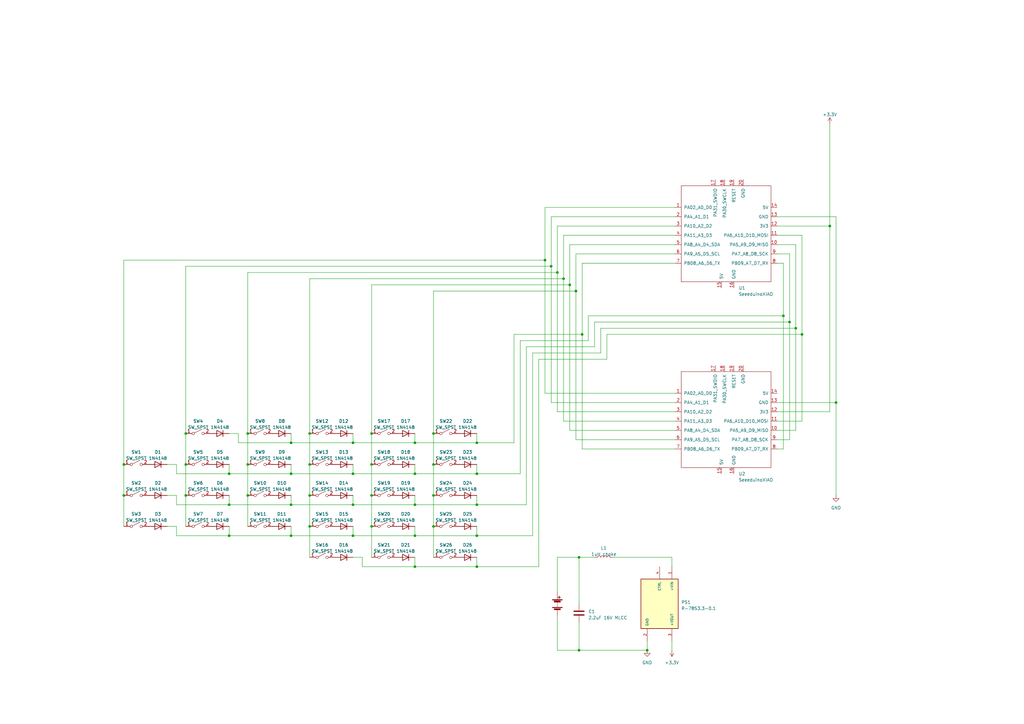
<source format=kicad_sch>
(kicad_sch (version 20230121) (generator eeschema)
  (paper "A3")
  (lib_symbols
    (symbol "Device:Battery" (pin_numbers hide) (pin_names (offset 0) hide)
      (property "Reference" "BT" (at 2.54 2.54 0))
      (property "Value" "Battery" (at 2.54 0 0))
      (symbol "Battery_0_1"
        (rectangle (start -2.032 -1.397) (end 2.032 -1.651) (fill (type outline)))
        (rectangle (start -2.032 1.778) (end 2.032 1.524) (fill (type outline)))
        (rectangle (start -1.3208 -1.9812) (end 1.27 -2.4892) (fill (type outline)))
        (rectangle (start -1.3208 1.1938) (end 1.27 0.6858) (fill (type outline)))
        (polyline (pts (xy 0 -1.524) (xy 0 -1.27)))
        (polyline (pts (xy 0 -1.016) (xy 0 -0.762)))
        (polyline (pts (xy 0 -0.508) (xy 0 -0.254)))
        (polyline (pts (xy 0 0) (xy 0 0.254)))
        (polyline (pts (xy 0 0.508) (xy 0 0.762)))
        (polyline (pts (xy 0 1.778) (xy 0 2.54)))
        (polyline (pts (xy 0.254 2.667) (xy 1.27 2.667)) (stroke (width 0.254)))
        (polyline (pts (xy 0.762 3.175) (xy 0.762 2.159)) (stroke (width 0.254)))
      )
      (symbol "Battery_1_1"
        (pin passive line (at 0 5.08 270) (length 2.54) (name "+") (number "1"))
        (pin passive line (at 0 -5.08 90) (length 2.54) (name "-") (number "2"))
      )
    )
    (symbol "Device:C" (pin_numbers hide) (pin_names (offset 0.254))
      (property "Reference" "C" (at 0.635 2.54 0))
      (property "Value" "C" (at 0.635 -2.54 0))
      (symbol "C_0_1"
        (polyline (pts (xy -2.032 -0.762) (xy 2.032 -0.762)) (stroke (width 0.508)))
        (polyline (pts (xy -2.032 0.762) (xy 2.032 0.762)) (stroke (width 0.508)))
      )
      (symbol "C_1_1"
        (pin passive line (at 0 3.81 270) (length 2.794) (name "~") (number "1"))
        (pin passive line (at 0 -3.81 90) (length 2.794) (name "~") (number "2"))
      )
    )
    (symbol "Device:L" (pin_numbers hide) (pin_names (offset 1.016) hide)
      (property "Reference" "L" (at -1.27 0 90))
      (property "Value" "L" (at 1.905 0 90))
      (symbol "L_0_1"
        (arc (start 0 -2.54) (mid 0.6323 -1.905) (end 0 -1.27))
        (arc (start 0 -1.27) (mid 0.6323 -0.635) (end 0 0))
        (arc (start 0 0) (mid 0.6323 0.635) (end 0 1.27))
        (arc (start 0 1.27) (mid 0.6323 1.905) (end 0 2.54))
      )
      (symbol "L_1_1"
        (pin passive line (at 0 3.81 270) (length 1.27) (name "1") (number "1"))
        (pin passive line (at 0 -3.81 90) (length 1.27) (name "2") (number "2"))
      )
    )
    (symbol "Diode:1N4148" (pin_numbers hide) (pin_names hide)
      (property "Reference" "D" (at 0 2.54 0))
      (property "Value" "1N4148" (at 0 -2.54 0))
      (symbol "1N4148_0_1"
        (polyline (pts (xy -1.27 1.27) (xy -1.27 -1.27)) (stroke (width 0.254)))
        (polyline (pts (xy 1.27 0) (xy -1.27 0)))
        (polyline (pts (xy 1.27 1.27) (xy 1.27 -1.27) (xy -1.27 0) (xy 1.27 1.27)) (stroke (width 0.254)))
      )
      (symbol "1N4148_1_1"
        (pin passive line (at -3.81 0 0) (length 2.54) (name "K") (number "1"))
        (pin passive line (at 3.81 0 180) (length 2.54) (name "A") (number "2"))
      )
    )
    (symbol "R-78S3.3-0.1:R-78S3.3-0.1" (pin_names (offset 1.016))
      (property "Reference" "PS" (at -10.1639 8.8979 0))
      (property "Value" "R-78S3.3-0.1" (at -10.1614 -10.1627 0))
      (symbol "R-78S3.3-0.1_0_0"
        (rectangle (start -10.16 -7.62) (end 10.16 7.62) (stroke (width 0.254)) (fill (type background)))
        (pin input line (at -15.24 5.08 0) (length 5.08) (name "+VIN") (number "1"))
        (pin power_in line (at 15.24 -5.08 180) (length 5.08) (name "GND") (number "2"))
        (pin output line (at 15.24 5.08 180) (length 5.08) (name "+VOUT") (number "3"))
        (pin input line (at -15.24 0 0) (length 5.08) (name "CTRL") (number "4"))
      )
    )
    (symbol "Seeeduino XIAO:SeeeduinoXIAO" (pin_names (offset 1.016))
      (property "Reference" "U" (at -19.05 22.86 0))
      (property "Value" "SeeeduinoXIAO" (at -12.7 21.59 0))
      (symbol "SeeeduinoXIAO_0_1"
        (rectangle (start -19.05 20.32) (end 17.78 -19.05))
      )
      (symbol "SeeeduinoXIAO_1_1"
        (pin unspecified line (at -21.59 11.43 0) (length 2.54) (name "PA02_A0_D0") (number "1"))
        (pin unspecified line (at 20.32 -3.81 180) (length 2.54) (name "PA5_A9_D9_MISO") (number "10"))
        (pin unspecified line (at 20.32 0 180) (length 2.54) (name "PA6_A10_D10_MOSI") (number "11"))
        (pin unspecified line (at 20.32 3.81 180) (length 2.54) (name "3V3") (number "12"))
        (pin unspecified line (at 20.32 7.62 180) (length 2.54) (name "GND") (number "13"))
        (pin unspecified line (at 20.32 11.43 180) (length 2.54) (name "5V") (number "14"))
        (pin input line (at -2.54 -21.59 90) (length 2.54) (name "5V") (number "15"))
        (pin input line (at 2.54 -21.59 90) (length 2.54) (name "GND") (number "16"))
        (pin input line (at -5.08 22.86 270) (length 2.54) (name "PA31_SWDIO") (number "17"))
        (pin input line (at -1.27 22.86 270) (length 2.54) (name "PA30_SWCLK") (number "18"))
        (pin input line (at 2.54 22.86 270) (length 2.54) (name "RESET") (number "19"))
        (pin unspecified line (at -21.59 7.62 0) (length 2.54) (name "PA4_A1_D1") (number "2"))
        (pin input line (at 6.35 22.86 270) (length 2.54) (name "GND") (number "20"))
        (pin unspecified line (at -21.59 3.81 0) (length 2.54) (name "PA10_A2_D2") (number "3"))
        (pin unspecified line (at -21.59 0 0) (length 2.54) (name "PA11_A3_D3") (number "4"))
        (pin unspecified line (at -21.59 -3.81 0) (length 2.54) (name "PA8_A4_D4_SDA") (number "5"))
        (pin unspecified line (at -21.59 -7.62 0) (length 2.54) (name "PA9_A5_D5_SCL") (number "6"))
        (pin unspecified line (at -21.59 -11.43 0) (length 2.54) (name "PB08_A6_D6_TX") (number "7"))
        (pin unspecified line (at 20.32 -11.43 180) (length 2.54) (name "PB09_A7_D7_RX") (number "8"))
        (pin unspecified line (at 20.32 -7.62 180) (length 2.54) (name "PA7_A8_D8_SCK") (number "9"))
      )
    )
    (symbol "Switch:SW_SPST" (pin_names (offset 0) hide)
      (property "Reference" "SW" (at 0 3.175 0))
      (property "Value" "SW_SPST" (at 0 -2.54 0))
      (symbol "SW_SPST_0_0"
        (circle (center -2.032 0) (radius 0.508))
        (polyline (pts (xy -1.524 0.254) (xy 1.524 1.778)))
        (circle (center 2.032 0) (radius 0.508))
      )
      (symbol "SW_SPST_1_1"
        (pin passive line (at -5.08 0 0) (length 2.54) (name "A") (number "1"))
        (pin passive line (at 5.08 0 180) (length 2.54) (name "B") (number "2"))
      )
    )
    (symbol "power:+3.3V" (power) (pin_names (offset 0))
      (property "Value" "+3.3V" (at 0 3.556 0))
      (symbol "+3.3V_0_1"
        (polyline (pts (xy -0.762 1.27) (xy 0 2.54)))
        (polyline (pts (xy 0 0) (xy 0 2.54)))
        (polyline (pts (xy 0 2.54) (xy 0.762 1.27)))
      )
      (symbol "+3.3V_1_1"
        (pin power_in line (at 0 0 90) (length 0) hide (name "+3.3V") (number "1"))
      )
    )
    (symbol "power:GND" (power) (pin_names (offset 0))
      (property "Value" "GND" (at 0 -3.81 0))
      (symbol "GND_0_1"
        (polyline (pts (xy 0 0) (xy 0 -1.27) (xy 1.27 -1.27) (xy 0 -2.54) (xy -1.27 -1.27) (xy 0 -1.27)))
      )
      (symbol "GND_1_1"
        (pin power_in line (at 0 0 270) (length 0) hide (name "GND") (number "1"))
      )
    )
  )
  (junction (at 195.58 194.31))
  (junction (at 127 203.2))
  (junction (at 144.78 194.31))
  (junction (at 152.4 215.9))
  (junction (at 101.6 177.8))
  (junction (at 177.8 215.9))
  (junction (at 127 177.8))
  (junction (at 195.58 232.41))
  (junction (at 101.6 190.5))
  (junction (at 195.58 219.71))
  (junction (at 236.22 119.38))
  (junction (at 93.98 219.71))
  (junction (at 233.68 116.84))
  (junction (at 228.6 111.76))
  (junction (at 144.78 207.01))
  (junction (at 321.31 129.54))
  (junction (at 144.78 219.71))
  (junction (at 340.36 92.71))
  (junction (at 170.18 207.01))
  (junction (at 101.6 203.2))
  (junction (at 76.2 177.8))
  (junction (at 342.9 165.1))
  (junction (at 328.93 137.16))
  (junction (at 119.38 194.31))
  (junction (at 265.43 266.7))
  (junction (at 177.8 177.8))
  (junction (at 93.98 194.31))
  (junction (at 76.2 190.5))
  (junction (at 119.38 181.61))
  (junction (at 237.49 228.6))
  (junction (at 127 190.5))
  (junction (at 323.85 132.08))
  (junction (at 119.38 219.71))
  (junction (at 237.49 266.7))
  (junction (at 177.8 190.5))
  (junction (at 152.4 203.2))
  (junction (at 195.58 181.61))
  (junction (at 326.39 134.62))
  (junction (at 177.8 203.2))
  (junction (at 170.18 232.41))
  (junction (at 127 215.9))
  (junction (at 152.4 190.5))
  (junction (at 195.58 207.01))
  (junction (at 76.2 203.2))
  (junction (at 170.18 219.71))
  (junction (at 223.52 106.68))
  (junction (at 170.18 181.61))
  (junction (at 231.14 114.3))
  (junction (at 50.8 190.5))
  (junction (at 93.98 207.01))
  (junction (at 119.38 207.01))
  (junction (at 226.06 109.22))
  (junction (at 152.4 177.8))
  (junction (at 238.76 137.16))
  (junction (at 144.78 181.61))
  (junction (at 50.8 203.2))
  (junction (at 170.18 194.31))
  (wire (pts (xy 170.18 181.61) (xy 195.58 181.61)))
  (wire (pts (xy 177.8 177.8) (xy 177.8 190.5)))
  (wire (pts (xy 220.98 147.32) (xy 220.98 232.41)))
  (wire (pts (xy 226.06 88.9) (xy 276.86 88.9)))
  (wire (pts (xy 50.8 106.68) (xy 223.52 106.68)))
  (wire (pts (xy 237.49 266.7) (xy 265.43 266.7)))
  (wire (pts (xy 195.58 203.2) (xy 195.58 207.01)))
  (wire (pts (xy 318.77 92.71) (xy 340.36 92.71)))
  (wire (pts (xy 144.78 219.71) (xy 170.18 219.71)))
  (wire (pts (xy 231.14 114.3) (xy 231.14 172.72)))
  (wire (pts (xy 144.78 190.5) (xy 144.78 194.31)))
  (wire (pts (xy 321.31 107.95) (xy 321.31 129.54)))
  (wire (pts (xy 237.49 228.6) (xy 243.84 228.6)))
  (wire (pts (xy 170.18 219.71) (xy 195.58 219.71)))
  (wire (pts (xy 236.22 119.38) (xy 236.22 180.34)))
  (wire (pts (xy 170.18 215.9) (xy 170.18 219.71)))
  (wire (pts (xy 238.76 107.95) (xy 276.86 107.95)))
  (wire (pts (xy 318.77 165.1) (xy 342.9 165.1)))
  (wire (pts (xy 50.8 190.5) (xy 50.8 203.2)))
  (wire (pts (xy 238.76 137.16) (xy 238.76 107.95)))
  (wire (pts (xy 195.58 228.6) (xy 195.58 232.41)))
  (wire (pts (xy 152.4 116.84) (xy 152.4 177.8)))
  (wire (pts (xy 152.4 203.2) (xy 152.4 215.9)))
  (wire (pts (xy 233.68 116.84) (xy 233.68 176.53)))
  (wire (pts (xy 220.98 147.32) (xy 248.92 147.32)))
  (wire (pts (xy 342.9 165.1) (xy 342.9 203.2)))
  (wire (pts (xy 276.86 100.33) (xy 233.68 100.33)))
  (wire (pts (xy 177.8 119.38) (xy 177.8 177.8)))
  (wire (pts (xy 119.38 203.2) (xy 119.38 207.01)))
  (wire (pts (xy 93.98 177.8) (xy 97.79 177.8)))
  (wire (pts (xy 144.78 181.61) (xy 170.18 181.61)))
  (wire (pts (xy 226.06 109.22) (xy 226.06 165.1)))
  (wire (pts (xy 248.92 147.32) (xy 248.92 137.16)))
  (wire (pts (xy 119.38 207.01) (xy 144.78 207.01)))
  (wire (pts (xy 231.14 114.3) (xy 231.14 96.52)))
  (wire (pts (xy 72.39 207.01) (xy 93.98 207.01)))
  (wire (pts (xy 148.59 228.6) (xy 148.59 232.41)))
  (wire (pts (xy 195.58 177.8) (xy 195.58 181.61)))
  (wire (pts (xy 340.36 50.8) (xy 340.36 92.71)))
  (wire (pts (xy 93.98 215.9) (xy 93.98 219.71)))
  (wire (pts (xy 127 203.2) (xy 127 215.9)))
  (wire (pts (xy 119.38 215.9) (xy 119.38 219.71)))
  (wire (pts (xy 152.4 116.84) (xy 233.68 116.84)))
  (wire (pts (xy 72.39 203.2) (xy 72.39 207.01)))
  (wire (pts (xy 213.36 139.7) (xy 241.3 139.7)))
  (wire (pts (xy 236.22 104.14) (xy 276.86 104.14)))
  (wire (pts (xy 326.39 100.33) (xy 326.39 134.62)))
  (wire (pts (xy 276.86 85.09) (xy 223.52 85.09)))
  (wire (pts (xy 218.44 219.71) (xy 218.44 144.78)))
  (wire (pts (xy 144.78 228.6) (xy 148.59 228.6)))
  (wire (pts (xy 148.59 232.41) (xy 170.18 232.41)))
  (wire (pts (xy 101.6 190.5) (xy 101.6 203.2)))
  (wire (pts (xy 195.58 207.01) (xy 215.9 207.01)))
  (wire (pts (xy 318.77 100.33) (xy 326.39 100.33)))
  (wire (pts (xy 233.68 100.33) (xy 233.68 116.84)))
  (wire (pts (xy 101.6 203.2) (xy 101.6 215.9)))
  (wire (pts (xy 328.93 172.72) (xy 318.77 172.72)))
  (wire (pts (xy 243.84 132.08) (xy 323.85 132.08)))
  (wire (pts (xy 177.8 215.9) (xy 177.8 228.6)))
  (wire (pts (xy 326.39 134.62) (xy 246.38 134.62)))
  (wire (pts (xy 246.38 134.62) (xy 246.38 144.78)))
  (wire (pts (xy 101.6 111.76) (xy 228.6 111.76)))
  (wire (pts (xy 93.98 219.71) (xy 119.38 219.71)))
  (wire (pts (xy 93.98 207.01) (xy 119.38 207.01)))
  (wire (pts (xy 195.58 215.9) (xy 195.58 219.71)))
  (wire (pts (xy 231.14 172.72) (xy 276.86 172.72)))
  (wire (pts (xy 97.79 181.61) (xy 119.38 181.61)))
  (wire (pts (xy 119.38 219.71) (xy 144.78 219.71)))
  (wire (pts (xy 228.6 92.71) (xy 228.6 111.76)))
  (wire (pts (xy 72.39 215.9) (xy 72.39 219.71)))
  (wire (pts (xy 76.2 109.22) (xy 226.06 109.22)))
  (wire (pts (xy 215.9 142.24) (xy 243.84 142.24)))
  (wire (pts (xy 101.6 177.8) (xy 101.6 190.5)))
  (wire (pts (xy 119.38 177.8) (xy 119.38 181.61)))
  (wire (pts (xy 152.4 190.5) (xy 152.4 203.2)))
  (wire (pts (xy 195.58 232.41) (xy 220.98 232.41)))
  (wire (pts (xy 231.14 96.52) (xy 276.86 96.52)))
  (wire (pts (xy 321.31 184.15) (xy 318.77 184.15)))
  (wire (pts (xy 276.86 92.71) (xy 228.6 92.71)))
  (wire (pts (xy 248.92 137.16) (xy 328.93 137.16)))
  (wire (pts (xy 144.78 177.8) (xy 144.78 181.61)))
  (wire (pts (xy 195.58 181.61) (xy 210.82 181.61)))
  (wire (pts (xy 238.76 184.15) (xy 276.86 184.15)))
  (wire (pts (xy 223.52 85.09) (xy 223.52 106.68)))
  (wire (pts (xy 170.18 190.5) (xy 170.18 194.31)))
  (wire (pts (xy 237.49 255.27) (xy 237.49 266.7)))
  (wire (pts (xy 170.18 194.31) (xy 195.58 194.31)))
  (wire (pts (xy 228.6 252.73) (xy 228.6 266.7)))
  (wire (pts (xy 323.85 132.08) (xy 323.85 180.34)))
  (wire (pts (xy 170.18 232.41) (xy 195.58 232.41)))
  (wire (pts (xy 195.58 219.71) (xy 218.44 219.71)))
  (wire (pts (xy 170.18 207.01) (xy 195.58 207.01)))
  (wire (pts (xy 72.39 194.31) (xy 93.98 194.31)))
  (wire (pts (xy 238.76 137.16) (xy 238.76 184.15)))
  (wire (pts (xy 93.98 203.2) (xy 93.98 207.01)))
  (wire (pts (xy 265.43 266.7) (xy 265.43 262.89)))
  (wire (pts (xy 68.58 215.9) (xy 72.39 215.9)))
  (wire (pts (xy 215.9 142.24) (xy 215.9 207.01)))
  (wire (pts (xy 318.77 107.95) (xy 321.31 107.95)))
  (wire (pts (xy 93.98 194.31) (xy 119.38 194.31)))
  (wire (pts (xy 323.85 180.34) (xy 318.77 180.34)))
  (wire (pts (xy 326.39 134.62) (xy 326.39 176.53)))
  (wire (pts (xy 76.2 190.5) (xy 76.2 203.2)))
  (wire (pts (xy 177.8 203.2) (xy 177.8 215.9)))
  (wire (pts (xy 228.6 168.91) (xy 276.86 168.91)))
  (wire (pts (xy 76.2 203.2) (xy 76.2 215.9)))
  (wire (pts (xy 213.36 194.31) (xy 213.36 139.7)))
  (wire (pts (xy 170.18 177.8) (xy 170.18 181.61)))
  (wire (pts (xy 328.93 137.16) (xy 328.93 96.52)))
  (wire (pts (xy 243.84 142.24) (xy 243.84 132.08)))
  (wire (pts (xy 328.93 137.16) (xy 328.93 172.72)))
  (wire (pts (xy 275.59 228.6) (xy 275.59 232.41)))
  (wire (pts (xy 144.78 203.2) (xy 144.78 207.01)))
  (wire (pts (xy 119.38 194.31) (xy 144.78 194.31)))
  (wire (pts (xy 127 177.8) (xy 127 190.5)))
  (wire (pts (xy 50.8 106.68) (xy 50.8 190.5)))
  (wire (pts (xy 321.31 129.54) (xy 241.3 129.54)))
  (wire (pts (xy 236.22 180.34) (xy 276.86 180.34)))
  (wire (pts (xy 241.3 129.54) (xy 241.3 139.7)))
  (wire (pts (xy 236.22 119.38) (xy 236.22 104.14)))
  (wire (pts (xy 340.36 168.91) (xy 318.77 168.91)))
  (wire (pts (xy 318.77 88.9) (xy 342.9 88.9)))
  (wire (pts (xy 127 215.9) (xy 127 228.6)))
  (wire (pts (xy 76.2 177.8) (xy 76.2 190.5)))
  (wire (pts (xy 228.6 266.7) (xy 237.49 266.7)))
  (wire (pts (xy 72.39 219.71) (xy 93.98 219.71)))
  (wire (pts (xy 326.39 176.53) (xy 318.77 176.53)))
  (wire (pts (xy 144.78 207.01) (xy 170.18 207.01)))
  (wire (pts (xy 72.39 190.5) (xy 72.39 194.31)))
  (wire (pts (xy 233.68 176.53) (xy 276.86 176.53)))
  (wire (pts (xy 177.8 190.5) (xy 177.8 203.2)))
  (wire (pts (xy 127 190.5) (xy 127 203.2)))
  (wire (pts (xy 170.18 203.2) (xy 170.18 207.01)))
  (wire (pts (xy 195.58 194.31) (xy 213.36 194.31)))
  (wire (pts (xy 276.86 161.29) (xy 223.52 161.29)))
  (wire (pts (xy 228.6 228.6) (xy 237.49 228.6)))
  (wire (pts (xy 119.38 190.5) (xy 119.38 194.31)))
  (wire (pts (xy 152.4 177.8) (xy 152.4 190.5)))
  (wire (pts (xy 68.58 190.5) (xy 72.39 190.5)))
  (wire (pts (xy 177.8 119.38) (xy 236.22 119.38)))
  (wire (pts (xy 170.18 228.6) (xy 170.18 232.41)))
  (wire (pts (xy 323.85 104.14) (xy 323.85 132.08)))
  (wire (pts (xy 101.6 111.76) (xy 101.6 177.8)))
  (wire (pts (xy 251.46 228.6) (xy 275.59 228.6)))
  (wire (pts (xy 210.82 181.61) (xy 210.82 137.16)))
  (wire (pts (xy 228.6 228.6) (xy 228.6 242.57)))
  (wire (pts (xy 237.49 228.6) (xy 237.49 247.65)))
  (wire (pts (xy 210.82 137.16) (xy 238.76 137.16)))
  (wire (pts (xy 321.31 129.54) (xy 321.31 184.15)))
  (wire (pts (xy 127 114.3) (xy 231.14 114.3)))
  (wire (pts (xy 342.9 88.9) (xy 342.9 165.1)))
  (wire (pts (xy 152.4 215.9) (xy 152.4 228.6)))
  (wire (pts (xy 195.58 190.5) (xy 195.58 194.31)))
  (wire (pts (xy 93.98 190.5) (xy 93.98 194.31)))
  (wire (pts (xy 76.2 109.22) (xy 76.2 177.8)))
  (wire (pts (xy 275.59 262.89) (xy 275.59 266.7)))
  (wire (pts (xy 127 114.3) (xy 127 177.8)))
  (wire (pts (xy 340.36 92.71) (xy 340.36 168.91)))
  (wire (pts (xy 144.78 215.9) (xy 144.78 219.71)))
  (wire (pts (xy 68.58 203.2) (xy 72.39 203.2)))
  (wire (pts (xy 119.38 181.61) (xy 144.78 181.61)))
  (wire (pts (xy 218.44 144.78) (xy 246.38 144.78)))
  (wire (pts (xy 328.93 96.52) (xy 318.77 96.52)))
  (wire (pts (xy 223.52 161.29) (xy 223.52 106.68)))
  (wire (pts (xy 144.78 194.31) (xy 170.18 194.31)))
  (wire (pts (xy 323.85 104.14) (xy 318.77 104.14)))
  (wire (pts (xy 226.06 165.1) (xy 276.86 165.1)))
  (wire (pts (xy 228.6 111.76) (xy 228.6 168.91)))
  (wire (pts (xy 50.8 203.2) (xy 50.8 215.9)))
  (wire (pts (xy 97.79 177.8) (xy 97.79 181.61)))
  (wire (pts (xy 226.06 109.22) (xy 226.06 88.9)))
  (symbol (lib_id "Seeeduino XIAO:SeeeduinoXIAO") (at 298.45 172.72 0) (unit 1)
    (property "Reference" "U2" (at 302.9459 194.31 0) (effects (justify left)))
    (property "Value" "SeeeduinoXIAO" (at 302.9459 196.85 0) (effects (justify left)))
    (property "Footprint" "seeduino_xiao:qtpy" (effects hide))
  )
  (symbol (lib_id "Switch:SW_SPST") (at 182.88 203.2 0) (unit 1)
    (property "Reference" "SW24" (at 182.88 198.12 0))
    (property "Value" "SW_SPST" (at 182.88 200.66 0))
    (property "Footprint" "keyswitches:SW_PG1350_reversible" (effects hide))
  )
  (symbol (lib_id "Diode:1N4148") (at 191.77 228.6 180) (unit 1)
    (property "Reference" "D26" (at 191.77 223.52 0))
    (property "Value" "1N4148" (at 191.77 226.06 0))
    (property "Footprint" "Diode_THT:D_DO-35_SOD27_P7.62mm_Horizontal" (effects hide))
    (property "Datasheet" "https://assets.nexperia.com/documents/data-sheet/1N4148_1N4448.pdf" (effects hide))
    (property "Sim.Device" "D" (effects hide))
    (property "Sim.Pins" "1=K 2=A" (effects hide))
  )
  (symbol (lib_id "Diode:1N4148") (at 166.37 228.6 180) (unit 1)
    (property "Reference" "D21" (at 166.37 223.52 0))
    (property "Value" "1N4148" (at 166.37 226.06 0))
    (property "Footprint" "Diode_THT:D_DO-35_SOD27_P7.62mm_Horizontal" (effects hide))
    (property "Datasheet" "https://assets.nexperia.com/documents/data-sheet/1N4148_1N4448.pdf" (effects hide))
    (property "Sim.Device" "D" (effects hide))
    (property "Sim.Pins" "1=K 2=A" (effects hide))
  )
  (symbol (lib_id "Switch:SW_SPST") (at 81.28 190.5 0) (unit 1)
    (property "Reference" "SW5" (at 81.28 185.42 0))
    (property "Value" "SW_SPST" (at 81.28 187.96 0))
    (property "Footprint" "keyswitches:SW_PG1350_reversible" (effects hide))
  )
  (symbol (lib_id "Switch:SW_SPST") (at 157.48 190.5 0) (unit 1)
    (property "Reference" "SW18" (at 157.48 185.42 0))
    (property "Value" "SW_SPST" (at 157.48 187.96 0))
    (property "Footprint" "keyswitches:SW_PG1350_reversible" (effects hide))
  )
  (symbol (lib_id "Switch:SW_SPST") (at 182.88 215.9 0) (unit 1)
    (property "Reference" "SW25" (at 182.88 210.82 0))
    (property "Value" "SW_SPST" (at 182.88 213.36 0))
    (property "Footprint" "keyswitches:SW_PG1350_reversible" (effects hide))
  )
  (symbol (lib_id "Switch:SW_SPST") (at 157.48 215.9 0) (unit 1)
    (property "Reference" "SW20" (at 157.48 210.82 0))
    (property "Value" "SW_SPST" (at 157.48 213.36 0))
    (property "Footprint" "keyswitches:SW_PG1350_reversible" (effects hide))
  )
  (symbol (lib_id "power:+3.3V") (at 275.59 266.7 180) (unit 1)
    (property "Reference" "#PWR01" (effects hide))
    (property "Value" "+3.3V" (at 275.59 271.78 0))
  )
  (symbol (lib_id "Diode:1N4148") (at 90.17 177.8 180) (unit 1)
    (property "Reference" "D4" (at 90.17 172.72 0))
    (property "Value" "1N4148" (at 90.17 175.26 0))
    (property "Footprint" "Diode_THT:D_DO-35_SOD27_P7.62mm_Horizontal" (effects hide))
    (property "Datasheet" "https://assets.nexperia.com/documents/data-sheet/1N4148_1N4448.pdf" (effects hide))
    (property "Sim.Device" "D" (effects hide))
    (property "Sim.Pins" "1=K 2=A" (effects hide))
  )
  (symbol (lib_id "Diode:1N4148") (at 140.97 177.8 180) (unit 1)
    (property "Reference" "D12" (at 140.97 172.72 0))
    (property "Value" "1N4148" (at 140.97 175.26 0))
    (property "Footprint" "Diode_THT:D_DO-35_SOD27_P7.62mm_Horizontal" (effects hide))
    (property "Datasheet" "https://assets.nexperia.com/documents/data-sheet/1N4148_1N4448.pdf" (effects hide))
    (property "Sim.Device" "D" (effects hide))
    (property "Sim.Pins" "1=K 2=A" (effects hide))
  )
  (symbol (lib_id "Switch:SW_SPST") (at 81.28 215.9 0) (unit 1)
    (property "Reference" "SW7" (at 81.28 210.82 0))
    (property "Value" "SW_SPST" (at 81.28 213.36 0))
    (property "Footprint" "keyswitches:SW_PG1350_reversible" (effects hide))
  )
  (symbol (lib_id "Diode:1N4148") (at 166.37 177.8 180) (unit 1)
    (property "Reference" "D17" (at 166.37 172.72 0))
    (property "Value" "1N4148" (at 166.37 175.26 0))
    (property "Footprint" "Diode_THT:D_DO-35_SOD27_P7.62mm_Horizontal" (effects hide))
    (property "Datasheet" "https://assets.nexperia.com/documents/data-sheet/1N4148_1N4448.pdf" (effects hide))
    (property "Sim.Device" "D" (effects hide))
    (property "Sim.Pins" "1=K 2=A" (effects hide))
  )
  (symbol (lib_id "Diode:1N4148") (at 64.77 203.2 180) (unit 1)
    (property "Reference" "D2" (at 64.77 198.12 0))
    (property "Value" "1N4148" (at 64.77 200.66 0))
    (property "Footprint" "Diode_THT:D_DO-35_SOD27_P7.62mm_Horizontal" (effects hide))
    (property "Datasheet" "https://assets.nexperia.com/documents/data-sheet/1N4148_1N4448.pdf" (effects hide))
    (property "Sim.Device" "D" (effects hide))
    (property "Sim.Pins" "1=K 2=A" (effects hide))
  )
  (symbol (lib_id "Diode:1N4148") (at 166.37 190.5 180) (unit 1)
    (property "Reference" "D18" (at 166.37 185.42 0))
    (property "Value" "1N4148" (at 166.37 187.96 0))
    (property "Footprint" "Diode_THT:D_DO-35_SOD27_P7.62mm_Horizontal" (effects hide))
    (property "Datasheet" "https://assets.nexperia.com/documents/data-sheet/1N4148_1N4448.pdf" (effects hide))
    (property "Sim.Device" "D" (effects hide))
    (property "Sim.Pins" "1=K 2=A" (effects hide))
  )
  (symbol (lib_id "power:GND") (at 265.43 266.7 0) (unit 1)
    (property "Reference" "#PWR02" (effects hide))
    (property "Value" "GND" (at 265.43 271.78 0))
  )
  (symbol (lib_id "Switch:SW_SPST") (at 81.28 203.2 0) (unit 1)
    (property "Reference" "SW6" (at 81.28 198.12 0))
    (property "Value" "SW_SPST" (at 81.28 200.66 0))
    (property "Footprint" "keyswitches:SW_PG1350_reversible" (effects hide))
  )
  (symbol (lib_id "Switch:SW_SPST") (at 55.88 190.5 0) (unit 1)
    (property "Reference" "SW1" (at 55.88 185.42 0))
    (property "Value" "SW_SPST" (at 55.88 187.96 0))
    (property "Footprint" "keyswitches:SW_PG1350_reversible" (effects hide))
  )
  (symbol (lib_id "Switch:SW_SPST") (at 106.68 177.8 0) (unit 1)
    (property "Reference" "SW8" (at 106.68 172.72 0))
    (property "Value" "SW_SPST" (at 106.68 175.26 0))
    (property "Footprint" "keyswitches:SW_PG1350_reversible" (effects hide))
  )
  (symbol (lib_id "Switch:SW_SPST") (at 55.88 203.2 0) (unit 1)
    (property "Reference" "SW2" (at 55.88 198.12 0))
    (property "Value" "SW_SPST" (at 55.88 200.66 0))
    (property "Footprint" "keyswitches:SW_PG1350_reversible" (effects hide))
  )
  (symbol (lib_id "Switch:SW_SPST") (at 132.08 190.5 0) (unit 1)
    (property "Reference" "SW13" (at 132.08 185.42 0))
    (property "Value" "SW_SPST" (at 132.08 187.96 0))
    (property "Footprint" "keyswitches:SW_PG1350_reversible" (effects hide))
  )
  (symbol (lib_id "R-78S3.3-0.1:R-78S3.3-0.1") (at 270.51 247.65 270) (unit 1)
    (property "Reference" "PS1" (at 279.4 247.015 90) (effects (justify left)))
    (property "Value" "R-78S3.3-0.1" (at 279.4 249.555 90) (effects (justify left)))
    (property "Footprint" "R-78S3.3-0.1:CONV_R-78S3.3-0.1" (effects hide))
    (property "MF" "Recom Power" (effects hide))
    (property "MAXIMUM_PACKAGE_HEIGHT" "10.40mm" (effects hide))
    (property "Package" "SIP-4 Recom Power" (effects hide))
    (property "Price" "None" (effects hide))
    (property "Check_prices" "https://www.snapeda.com/parts/R-78S3.3-0.1/Recom+Power/view-part/?ref=eda" (effects hide))
    (property "STANDARD" "Manufacturer Recommendations" (effects hide))
    (property "PARTREV" "5" (effects hide))
    (property "SnapEDA_Link" "https://www.snapeda.com/parts/R-78S3.3-0.1/Recom+Power/view-part/?ref=snap" (effects hide))
    (property "MP" "R-78S3.3-0.1" (effects hide))
    (property "Purchase-URL" "https://www.snapeda.com/api/url_track_click_mouser/?unipart_id=2778256&manufacturer=Recom Power&part_name=R-78S3.3-0.1&search_term=None" (effects hide))
    (property "Description" "\n0.1A DC/DC-Converter 'INNOLINE' SIP4 reg\n" (effects hide))
    (property "Availability" "In Stock" (effects hide))
    (property "MANUFACTURER" "RECOM" (effects hide))
  )
  (symbol (lib_id "Diode:1N4148") (at 166.37 203.2 180) (unit 1)
    (property "Reference" "D19" (at 166.37 198.12 0))
    (property "Value" "1N4148" (at 166.37 200.66 0))
    (property "Footprint" "Diode_THT:D_DO-35_SOD27_P7.62mm_Horizontal" (effects hide))
    (property "Datasheet" "https://assets.nexperia.com/documents/data-sheet/1N4148_1N4448.pdf" (effects hide))
    (property "Sim.Device" "D" (effects hide))
    (property "Sim.Pins" "1=K 2=A" (effects hide))
  )
  (symbol (lib_id "Diode:1N4148") (at 191.77 203.2 180) (unit 1)
    (property "Reference" "D24" (at 191.77 198.12 0))
    (property "Value" "1N4148" (at 191.77 200.66 0))
    (property "Footprint" "Diode_THT:D_DO-35_SOD27_P7.62mm_Horizontal" (effects hide))
    (property "Datasheet" "https://assets.nexperia.com/documents/data-sheet/1N4148_1N4448.pdf" (effects hide))
    (property "Sim.Device" "D" (effects hide))
    (property "Sim.Pins" "1=K 2=A" (effects hide))
  )
  (symbol (lib_id "Switch:SW_SPST") (at 132.08 215.9 0) (unit 1)
    (property "Reference" "SW15" (at 132.08 210.82 0))
    (property "Value" "SW_SPST" (at 132.08 213.36 0))
    (property "Footprint" "keyswitches:SW_PG1350_reversible" (effects hide))
  )
  (symbol (lib_id "Switch:SW_SPST") (at 132.08 228.6 0) (unit 1)
    (property "Reference" "SW16" (at 132.08 223.52 0))
    (property "Value" "SW_SPST" (at 132.08 226.06 0))
    (property "Footprint" "keyswitches:SW_PG1350_reversible" (effects hide))
  )
  (symbol (lib_id "Switch:SW_SPST") (at 182.88 177.8 0) (unit 1)
    (property "Reference" "SW22" (at 182.88 172.72 0))
    (property "Value" "SW_SPST" (at 182.88 175.26 0))
    (property "Footprint" "keyswitches:SW_PG1350_reversible" (effects hide))
  )
  (symbol (lib_id "Diode:1N4148") (at 191.77 190.5 180) (unit 1)
    (property "Reference" "D23" (at 191.77 185.42 0))
    (property "Value" "1N4148" (at 191.77 187.96 0))
    (property "Footprint" "Diode_THT:D_DO-35_SOD27_P7.62mm_Horizontal" (effects hide))
    (property "Datasheet" "https://assets.nexperia.com/documents/data-sheet/1N4148_1N4448.pdf" (effects hide))
    (property "Sim.Device" "D" (effects hide))
    (property "Sim.Pins" "1=K 2=A" (effects hide))
  )
  (symbol (lib_id "Switch:SW_SPST") (at 182.88 190.5 0) (unit 1)
    (property "Reference" "SW23" (at 182.88 185.42 0))
    (property "Value" "SW_SPST" (at 182.88 187.96 0))
    (property "Footprint" "keyswitches:SW_PG1350_reversible" (effects hide))
  )
  (symbol (lib_id "Switch:SW_SPST") (at 106.68 203.2 0) (unit 1)
    (property "Reference" "SW10" (at 106.68 198.12 0))
    (property "Value" "SW_SPST" (at 106.68 200.66 0))
    (property "Footprint" "keyswitches:SW_PG1350_reversible" (effects hide))
  )
  (symbol (lib_id "Diode:1N4148") (at 115.57 190.5 180) (unit 1)
    (property "Reference" "D9" (at 115.57 185.42 0))
    (property "Value" "1N4148" (at 115.57 187.96 0))
    (property "Footprint" "Diode_THT:D_DO-35_SOD27_P7.62mm_Horizontal" (effects hide))
    (property "Datasheet" "https://assets.nexperia.com/documents/data-sheet/1N4148_1N4448.pdf" (effects hide))
    (property "Sim.Device" "D" (effects hide))
    (property "Sim.Pins" "1=K 2=A" (effects hide))
  )
  (symbol (lib_id "Diode:1N4148") (at 64.77 215.9 180) (unit 1)
    (property "Reference" "D3" (at 64.77 210.82 0))
    (property "Value" "1N4148" (at 64.77 213.36 0))
    (property "Footprint" "Diode_THT:D_DO-35_SOD27_P7.62mm_Horizontal" (effects hide))
    (property "Datasheet" "https://assets.nexperia.com/documents/data-sheet/1N4148_1N4448.pdf" (effects hide))
    (property "Sim.Device" "D" (effects hide))
    (property "Sim.Pins" "1=K 2=A" (effects hide))
  )
  (symbol (lib_id "Seeeduino XIAO:SeeeduinoXIAO") (at 298.45 96.52 0) (unit 1)
    (property "Reference" "U1" (at 302.9459 118.11 0) (effects (justify left)))
    (property "Value" "SeeeduinoXIAO" (at 302.9459 120.65 0) (effects (justify left)))
    (property "Footprint" "seeduino_xiao:qtpy" (effects hide))
  )
  (symbol (lib_id "Diode:1N4148") (at 115.57 177.8 180) (unit 1)
    (property "Reference" "D8" (at 115.57 172.72 0))
    (property "Value" "1N4148" (at 115.57 175.26 0))
    (property "Footprint" "Diode_THT:D_DO-35_SOD27_P7.62mm_Horizontal" (effects hide))
    (property "Datasheet" "https://assets.nexperia.com/documents/data-sheet/1N4148_1N4448.pdf" (effects hide))
    (property "Sim.Device" "D" (effects hide))
    (property "Sim.Pins" "1=K 2=A" (effects hide))
  )
  (symbol (lib_id "Switch:SW_SPST") (at 157.48 203.2 0) (unit 1)
    (property "Reference" "SW19" (at 157.48 198.12 0))
    (property "Value" "SW_SPST" (at 157.48 200.66 0))
    (property "Footprint" "keyswitches:SW_PG1350_reversible" (effects hide))
  )
  (symbol (lib_id "Diode:1N4148") (at 140.97 190.5 180) (unit 1)
    (property "Reference" "D13" (at 140.97 185.42 0))
    (property "Value" "1N4148" (at 140.97 187.96 0))
    (property "Footprint" "Diode_THT:D_DO-35_SOD27_P7.62mm_Horizontal" (effects hide))
    (property "Datasheet" "https://assets.nexperia.com/documents/data-sheet/1N4148_1N4448.pdf" (effects hide))
    (property "Sim.Device" "D" (effects hide))
    (property "Sim.Pins" "1=K 2=A" (effects hide))
  )
  (symbol (lib_id "Switch:SW_SPST") (at 157.48 228.6 0) (unit 1)
    (property "Reference" "SW21" (at 157.48 223.52 0))
    (property "Value" "SW_SPST" (at 157.48 226.06 0))
    (property "Footprint" "keyswitches:SW_PG1350_reversible" (effects hide))
  )
  (symbol (lib_id "Device:L") (at 247.65 228.6 90) (unit 1)
    (property "Reference" "L1" (at 247.65 224.79 90))
    (property "Value" "1uH choke" (at 247.65 227.33 90))
    (property "Footprint" "Inductor_THT:L_Axial_L9.5mm_D4.0mm_P15.24mm_Horizontal_Fastron_SMCC" (effects hide))
  )
  (symbol (lib_id "Diode:1N4148") (at 64.77 190.5 180) (unit 1)
    (property "Reference" "D1" (at 64.77 185.42 0))
    (property "Value" "1N4148" (at 64.77 187.96 0))
    (property "Footprint" "Diode_THT:D_DO-35_SOD27_P7.62mm_Horizontal" (effects hide))
    (property "Datasheet" "https://assets.nexperia.com/documents/data-sheet/1N4148_1N4448.pdf" (effects hide))
    (property "Sim.Device" "D" (effects hide))
    (property "Sim.Pins" "1=K 2=A" (effects hide))
  )
  (symbol (lib_id "Diode:1N4148") (at 90.17 190.5 180) (unit 1)
    (property "Reference" "D5" (at 90.17 185.42 0))
    (property "Value" "1N4148" (at 90.17 187.96 0))
    (property "Footprint" "Diode_THT:D_DO-35_SOD27_P7.62mm_Horizontal" (effects hide))
    (property "Datasheet" "https://assets.nexperia.com/documents/data-sheet/1N4148_1N4448.pdf" (effects hide))
    (property "Sim.Device" "D" (effects hide))
    (property "Sim.Pins" "1=K 2=A" (effects hide))
  )
  (symbol (lib_id "Switch:SW_SPST") (at 106.68 190.5 0) (unit 1)
    (property "Reference" "SW9" (at 106.68 185.42 0))
    (property "Value" "SW_SPST" (at 106.68 187.96 0))
    (property "Footprint" "keyswitches:SW_PG1350_reversible" (effects hide))
  )
  (symbol (lib_id "Device:C") (at 237.49 251.46 0) (unit 1)
    (property "Reference" "C1" (at 241.3 250.825 0) (effects (justify left)))
    (property "Value" "2.2uF 16V MLCC" (at 241.3 253.365 0) (effects (justify left)))
    (property "Footprint" "Capacitor_THT:CP_Radial_D5.0mm_P2.50mm" (effects hide))
  )
  (symbol (lib_id "power:+3.3V") (at 340.36 50.8 0) (unit 1)
    (property "Reference" "#PWR04" (effects hide))
    (property "Value" "+3.3V" (at 340.36 46.99 0))
  )
  (symbol (lib_id "Switch:SW_SPST") (at 157.48 177.8 0) (unit 1)
    (property "Reference" "SW17" (at 157.48 172.72 0))
    (property "Value" "SW_SPST" (at 157.48 175.26 0))
    (property "Footprint" "keyswitches:SW_PG1350_reversible" (effects hide))
  )
  (symbol (lib_id "Switch:SW_SPST") (at 132.08 177.8 0) (unit 1)
    (property "Reference" "SW12" (at 132.08 172.72 0))
    (property "Value" "SW_SPST" (at 132.08 175.26 0))
    (property "Footprint" "keyswitches:SW_PG1350_reversible" (effects hide))
  )
  (symbol (lib_id "Diode:1N4148") (at 191.77 177.8 180) (unit 1)
    (property "Reference" "D22" (at 191.77 172.72 0))
    (property "Value" "1N4148" (at 191.77 175.26 0))
    (property "Footprint" "Diode_THT:D_DO-35_SOD27_P7.62mm_Horizontal" (effects hide))
    (property "Datasheet" "https://assets.nexperia.com/documents/data-sheet/1N4148_1N4448.pdf" (effects hide))
    (property "Sim.Device" "D" (effects hide))
    (property "Sim.Pins" "1=K 2=A" (effects hide))
  )
  (symbol (lib_id "Diode:1N4148") (at 140.97 215.9 180) (unit 1)
    (property "Reference" "D15" (at 140.97 210.82 0))
    (property "Value" "1N4148" (at 140.97 213.36 0))
    (property "Footprint" "Diode_THT:D_DO-35_SOD27_P7.62mm_Horizontal" (effects hide))
    (property "Datasheet" "https://assets.nexperia.com/documents/data-sheet/1N4148_1N4448.pdf" (effects hide))
    (property "Sim.Device" "D" (effects hide))
    (property "Sim.Pins" "1=K 2=A" (effects hide))
  )
  (symbol (lib_id "Diode:1N4148") (at 90.17 215.9 180) (unit 1)
    (property "Reference" "D7" (at 90.17 210.82 0))
    (property "Value" "1N4148" (at 90.17 213.36 0))
    (property "Footprint" "Diode_THT:D_DO-35_SOD27_P7.62mm_Horizontal" (effects hide))
    (property "Datasheet" "https://assets.nexperia.com/documents/data-sheet/1N4148_1N4448.pdf" (effects hide))
    (property "Sim.Device" "D" (effects hide))
    (property "Sim.Pins" "1=K 2=A" (effects hide))
  )
  (symbol (lib_id "Device:Battery") (at 228.6 247.65 0) (unit 1)
    (property "Reference" "BT1" (effects hide))
    (property "Value" "Battery" (effects hide))
    (property "Footprint" "Connector_PinHeader_2.54mm:PinHeader_1x02_P2.54mm_Vertical" (effects hide))
  )
  (symbol (lib_id "Diode:1N4148") (at 115.57 203.2 180) (unit 1)
    (property "Reference" "D10" (at 115.57 198.12 0))
    (property "Value" "1N4148" (at 115.57 200.66 0))
    (property "Footprint" "Diode_THT:D_DO-35_SOD27_P7.62mm_Horizontal" (effects hide))
    (property "Datasheet" "https://assets.nexperia.com/documents/data-sheet/1N4148_1N4448.pdf" (effects hide))
    (property "Sim.Device" "D" (effects hide))
    (property "Sim.Pins" "1=K 2=A" (effects hide))
  )
  (symbol (lib_id "Diode:1N4148") (at 140.97 228.6 180) (unit 1)
    (property "Reference" "D16" (at 140.97 223.52 0))
    (property "Value" "1N4148" (at 140.97 226.06 0))
    (property "Footprint" "Diode_THT:D_DO-35_SOD27_P7.62mm_Horizontal" (effects hide))
    (property "Datasheet" "https://assets.nexperia.com/documents/data-sheet/1N4148_1N4448.pdf" (effects hide))
    (property "Sim.Device" "D" (effects hide))
    (property "Sim.Pins" "1=K 2=A" (effects hide))
  )
  (symbol (lib_id "Diode:1N4148") (at 166.37 215.9 180) (unit 1)
    (property "Reference" "D20" (at 166.37 210.82 0))
    (property "Value" "1N4148" (at 166.37 213.36 0))
    (property "Footprint" "Diode_THT:D_DO-35_SOD27_P7.62mm_Horizontal" (effects hide))
    (property "Datasheet" "https://assets.nexperia.com/documents/data-sheet/1N4148_1N4448.pdf" (effects hide))
    (property "Sim.Device" "D" (effects hide))
    (property "Sim.Pins" "1=K 2=A" (effects hide))
  )
  (symbol (lib_id "Switch:SW_SPST") (at 132.08 203.2 0) (unit 1)
    (property "Reference" "SW14" (at 132.08 198.12 0))
    (property "Value" "SW_SPST" (at 132.08 200.66 0))
    (property "Footprint" "keyswitches:SW_PG1350_reversible" (effects hide))
  )
  (symbol (lib_id "Switch:SW_SPST") (at 55.88 215.9 0) (unit 1)
    (property "Reference" "SW3" (at 55.88 210.82 0))
    (property "Value" "SW_SPST" (at 55.88 213.36 0))
    (property "Footprint" "keyswitches:SW_PG1350_reversible" (effects hide))
  )
  (symbol (lib_id "Diode:1N4148") (at 90.17 203.2 180) (unit 1)
    (property "Reference" "D6" (at 90.17 198.12 0))
    (property "Value" "1N4148" (at 90.17 200.66 0))
    (property "Footprint" "Diode_THT:D_DO-35_SOD27_P7.62mm_Horizontal" (effects hide))
    (property "Datasheet" "https://assets.nexperia.com/documents/data-sheet/1N4148_1N4448.pdf" (effects hide))
    (property "Sim.Device" "D" (effects hide))
    (property "Sim.Pins" "1=K 2=A" (effects hide))
  )
  (symbol (lib_id "Diode:1N4148") (at 191.77 215.9 180) (unit 1)
    (property "Reference" "D25" (at 191.77 210.82 0))
    (property "Value" "1N4148" (at 191.77 213.36 0))
    (property "Footprint" "Diode_THT:D_DO-35_SOD27_P7.62mm_Horizontal" (effects hide))
    (property "Datasheet" "https://assets.nexperia.com/documents/data-sheet/1N4148_1N4448.pdf" (effects hide))
    (property "Sim.Device" "D" (effects hide))
    (property "Sim.Pins" "1=K 2=A" (effects hide))
  )
  (symbol (lib_id "Diode:1N4148") (at 115.57 215.9 180) (unit 1)
    (property "Reference" "D11" (at 115.57 210.82 0))
    (property "Value" "1N4148" (at 115.57 213.36 0))
    (property "Footprint" "Diode_THT:D_DO-35_SOD27_P7.62mm_Horizontal" (effects hide))
    (property "Datasheet" "https://assets.nexperia.com/documents/data-sheet/1N4148_1N4448.pdf" (effects hide))
    (property "Sim.Device" "D" (effects hide))
    (property "Sim.Pins" "1=K 2=A" (effects hide))
  )
  (symbol (lib_id "Switch:SW_SPST") (at 182.88 228.6 0) (unit 1)
    (property "Reference" "SW26" (at 182.88 223.52 0))
    (property "Value" "SW_SPST" (at 182.88 226.06 0))
    (property "Footprint" "keyswitches:SW_PG1350_reversible" (effects hide))
  )
  (symbol (lib_id "Switch:SW_SPST") (at 81.28 177.8 0) (unit 1)
    (property "Reference" "SW4" (at 81.28 172.72 0))
    (property "Value" "SW_SPST" (at 81.28 175.26 0))
    (property "Footprint" "keyswitches:SW_PG1350_reversible" (effects hide))
  )
  (symbol (lib_id "Diode:1N4148") (at 140.97 203.2 180) (unit 1)
    (property "Reference" "D14" (at 140.97 198.12 0))
    (property "Value" "1N4148" (at 140.97 200.66 0))
    (property "Footprint" "Diode_THT:D_DO-35_SOD27_P7.62mm_Horizontal" (effects hide))
    (property "Datasheet" "https://assets.nexperia.com/documents/data-sheet/1N4148_1N4448.pdf" (effects hide))
    (property "Sim.Device" "D" (effects hide))
    (property "Sim.Pins" "1=K 2=A" (effects hide))
  )
  (symbol (lib_id "Switch:SW_SPST") (at 106.68 215.9 0) (unit 1)
    (property "Reference" "SW11" (at 106.68 210.82 0))
    (property "Value" "SW_SPST" (at 106.68 213.36 0))
    (property "Footprint" "keyswitches:SW_PG1350_reversible" (effects hide))
  )
  (symbol (lib_id "power:GND") (at 342.9 203.2 0) (unit 1)
    (property "Reference" "#PWR03" (effects hide))
    (property "Value" "GND" (at 342.9 208.28 0))
  )
)
</source>
